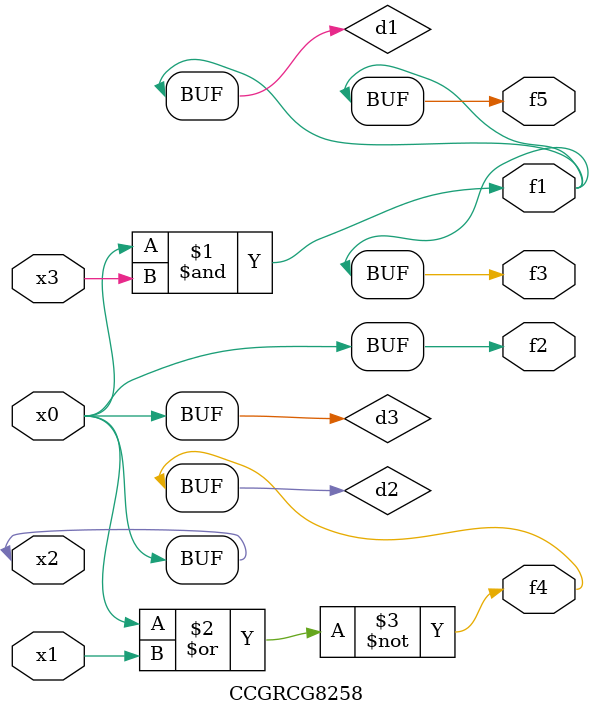
<source format=v>
module CCGRCG8258(
	input x0, x1, x2, x3,
	output f1, f2, f3, f4, f5
);

	wire d1, d2, d3;

	and (d1, x2, x3);
	nor (d2, x0, x1);
	buf (d3, x0, x2);
	assign f1 = d1;
	assign f2 = d3;
	assign f3 = d1;
	assign f4 = d2;
	assign f5 = d1;
endmodule

</source>
